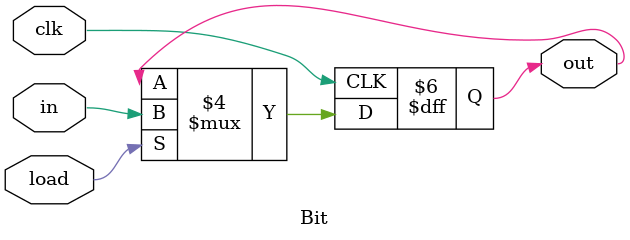
<source format=v>
module Bit(
    input clk, in, load, 
    output reg out = 0);

    always@(posedge clk)
        if (load)
            out = in;
endmodule
</source>
